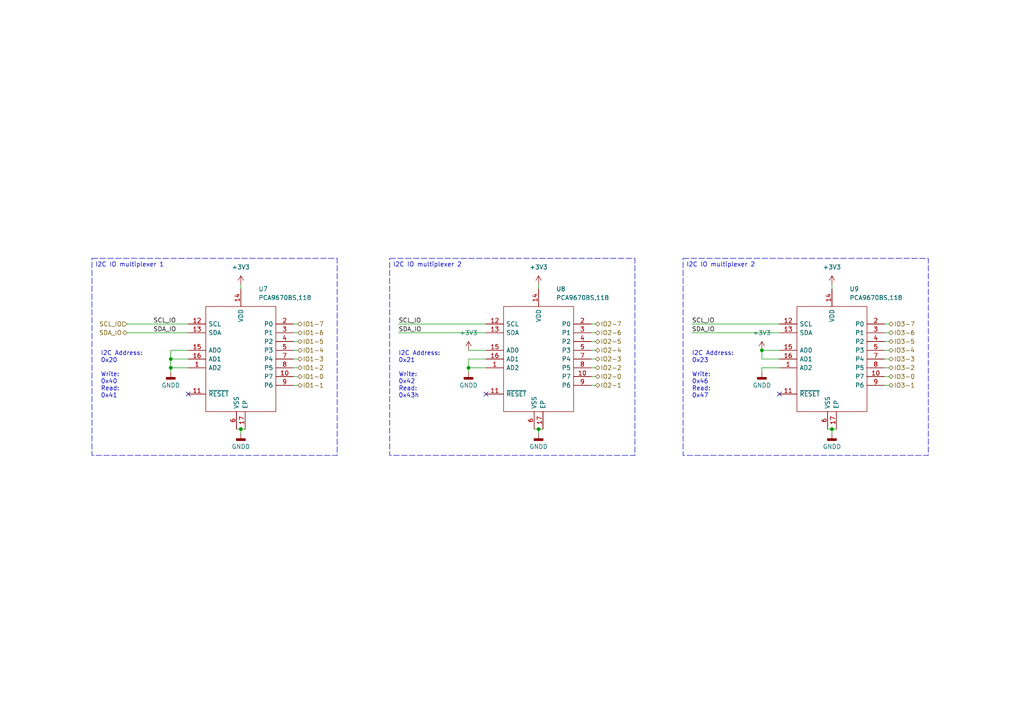
<source format=kicad_sch>
(kicad_sch (version 20230121) (generator eeschema)
  (paper "A4")
  (title_block (title "Led driver board BabySim") (date "06-09-2023") (rev "V1.0") (company "Health Concept Lab") (comment 1 "Author(s): Emiel Visser & Joris Bol"))
  (lib_symbols
    (symbol "SamacSys_Parts:PCA9670BS,118" (pin_names (offset 0.762))
      (property "Reference" "U7" (at 20.32 15.24 0))
      (property "Value" "PCA9670BS,118" (at 20.32 12.7 0))
      (symbol "PCA9670BS,118_0_0"
        (pin passive line (at 0 -7.62 0) (length 5.08) (name "AD2") (number "1"))
        (pin passive line (at 30.48 -10.16 180) (length 5.08) (name "P7") (number "10"))
        (pin passive line (at 0 -15.24 0) (length 5.08) (name "~{RESET}") (number "11"))
        (pin passive line (at 0 5.08 0) (length 5.08) (name "SCL") (number "12"))
        (pin passive line (at 0 2.54 0) (length 5.08) (name "SDA") (number "13"))
        (pin passive line (at 15.24 15.24 270) (length 5.08) (name "VDD") (number "14"))
        (pin passive line (at 0 -2.54 0) (length 5.08) (name "AD0") (number "15"))
        (pin passive line (at 0 -5.08 0) (length 5.08) (name "AD1") (number "16"))
        (pin passive line (at 16.51 -25.4 90) (length 5.08) (name "EP") (number "17"))
        (pin passive line (at 30.48 5.08 180) (length 5.08) (name "P0") (number "2"))
        (pin passive line (at 30.48 2.54 180) (length 5.08) (name "P1") (number "3"))
        (pin passive line (at 30.48 0 180) (length 5.08) (name "P2") (number "4"))
        (pin passive line (at 30.48 -2.54 180) (length 5.08) (name "P3") (number "5"))
        (pin passive line (at 13.97 -25.4 90) (length 5.08) (name "VSS") (number "6"))
        (pin passive line (at 30.48 -5.08 180) (length 5.08) (name "P4") (number "7"))
        (pin passive line (at 30.48 -7.62 180) (length 5.08) (name "P5") (number "8"))
        (pin passive line (at 30.48 -12.7 180) (length 5.08) (name "P6") (number "9"))
      )
      (symbol "PCA9670BS,118_0_1"
        (polyline (pts (xy 5.08 10.16) (xy 25.4 10.16) (xy 25.4 -20.32) (xy 5.08 -20.32) (xy 5.08 10.16)) (stroke (width 0.1524)))
      )
    )
    (symbol "power:+3V3" (power) (pin_names (offset 0))
      (property "Value" "+3V3" (at 0 3.556 0))
      (symbol "+3V3_0_1"
        (polyline (pts (xy -0.762 1.27) (xy 0 2.54)))
        (polyline (pts (xy 0 0) (xy 0 2.54)))
        (polyline (pts (xy 0 2.54) (xy 0.762 1.27)))
      )
      (symbol "+3V3_1_1"
        (pin power_in line (at 0 0 90) (length 0) hide (name "+3V3") (number "1"))
      )
    )
    (symbol "power:GNDD" (power) (pin_names (offset 0))
      (property "Value" "GNDD" (at 0 -3.175 0))
      (symbol "GNDD_0_1"
        (rectangle (start -1.27 -1.524) (end 1.27 -2.032) (stroke (width 0.254)) (fill (type outline)))
        (polyline (pts (xy 0 0) (xy 0 -1.524)))
      )
      (symbol "GNDD_1_1"
        (pin power_in line (at 0 0 270) (length 0) hide (name "GNDD") (number "1"))
      )
    )
  )
  (junction (at 49.53 106.68))
  (junction (at 135.89 106.68))
  (junction (at 241.3 124.46))
  (junction (at 220.98 101.6))
  (junction (at 69.85 124.46))
  (junction (at 49.53 104.14))
  (junction (at 156.21 124.46))
  (no_connect (at 226.06 114.3))
  (no_connect (at 54.61 114.3))
  (no_connect (at 140.97 114.3))
  (wire (pts (xy 220.98 106.68) (xy 226.06 106.68)))
  (wire (pts (xy 135.89 107.95) (xy 135.89 106.68)))
  (wire (pts (xy 220.98 104.14) (xy 220.98 101.6)))
  (wire (pts (xy 85.09 93.98) (xy 86.36 93.98)))
  (wire (pts (xy 36.83 93.98) (xy 54.61 93.98)))
  (wire (pts (xy 156.21 124.46) (xy 157.48 124.46)))
  (wire (pts (xy 256.54 109.22) (xy 257.81 109.22)))
  (wire (pts (xy 241.3 124.46) (xy 242.57 124.46)))
  (wire (pts (xy 85.09 109.22) (xy 86.36 109.22)))
  (wire (pts (xy 256.54 101.6) (xy 257.81 101.6)))
  (wire (pts (xy 256.54 106.68) (xy 257.81 106.68)))
  (wire (pts (xy 69.85 124.46) (xy 71.12 124.46)))
  (wire (pts (xy 240.03 124.46) (xy 241.3 124.46)))
  (wire (pts (xy 135.89 106.68) (xy 140.97 106.68)))
  (wire (pts (xy 85.09 99.06) (xy 86.36 99.06)))
  (wire (pts (xy 256.54 111.76) (xy 257.81 111.76)))
  (wire (pts (xy 85.09 101.6) (xy 86.36 101.6)))
  (wire (pts (xy 171.45 93.98) (xy 172.72 93.98)))
  (wire (pts (xy 156.21 124.46) (xy 156.21 125.73)))
  (wire (pts (xy 85.09 106.68) (xy 86.36 106.68)))
  (wire (pts (xy 69.85 82.55) (xy 69.85 83.82)))
  (wire (pts (xy 85.09 104.14) (xy 86.36 104.14)))
  (wire (pts (xy 69.85 124.46) (xy 69.85 125.73)))
  (wire (pts (xy 171.45 96.52) (xy 172.72 96.52)))
  (wire (pts (xy 171.45 101.6) (xy 172.72 101.6)))
  (wire (pts (xy 49.53 104.14) (xy 49.53 101.6)))
  (wire (pts (xy 256.54 104.14) (xy 257.81 104.14)))
  (wire (pts (xy 49.53 106.68) (xy 54.61 106.68)))
  (wire (pts (xy 85.09 96.52) (xy 86.36 96.52)))
  (wire (pts (xy 36.83 96.52) (xy 54.61 96.52)))
  (wire (pts (xy 135.89 101.6) (xy 140.97 101.6)))
  (wire (pts (xy 171.45 106.68) (xy 172.72 106.68)))
  (wire (pts (xy 200.66 96.52) (xy 226.06 96.52)))
  (wire (pts (xy 171.45 104.14) (xy 172.72 104.14)))
  (wire (pts (xy 171.45 99.06) (xy 172.72 99.06)))
  (wire (pts (xy 256.54 99.06) (xy 257.81 99.06)))
  (wire (pts (xy 49.53 101.6) (xy 54.61 101.6)))
  (wire (pts (xy 241.3 82.55) (xy 241.3 83.82)))
  (wire (pts (xy 49.53 106.68) (xy 49.53 104.14)))
  (wire (pts (xy 220.98 101.6) (xy 226.06 101.6)))
  (wire (pts (xy 135.89 104.14) (xy 140.97 104.14)))
  (wire (pts (xy 49.53 107.95) (xy 49.53 106.68)))
  (wire (pts (xy 256.54 96.52) (xy 257.81 96.52)))
  (wire (pts (xy 171.45 111.76) (xy 172.72 111.76)))
  (wire (pts (xy 115.57 93.98) (xy 140.97 93.98)))
  (wire (pts (xy 154.94 124.46) (xy 156.21 124.46)))
  (wire (pts (xy 200.66 93.98) (xy 226.06 93.98)))
  (wire (pts (xy 220.98 107.95) (xy 220.98 106.68)))
  (wire (pts (xy 135.89 106.68) (xy 135.89 104.14)))
  (wire (pts (xy 171.45 109.22) (xy 172.72 109.22)))
  (wire (pts (xy 115.57 96.52) (xy 140.97 96.52)))
  (wire (pts (xy 241.3 124.46) (xy 241.3 125.73)))
  (wire (pts (xy 256.54 93.98) (xy 257.81 93.98)))
  (wire (pts (xy 49.53 104.14) (xy 54.61 104.14)))
  (wire (pts (xy 68.58 124.46) (xy 69.85 124.46)))
  (wire (pts (xy 220.98 104.14) (xy 226.06 104.14)))
  (wire (pts (xy 85.09 111.76) (xy 86.36 111.76)))
  (wire (pts (xy 156.21 82.55) (xy 156.21 83.82)))
  (text_box "I2C IO multiplexer 1" (at 26.67 74.93 0) (size 71.12 57.15) (stroke (width 0) (type dash)) (effects (font (size 1.27 1.27)) (justify left top)))
  (text_box "I2C IO multiplexer 2" (at 198.12 74.93 0) (size 71.12 57.15) (stroke (width 0) (type dash)) (effects (font (size 1.27 1.27)) (justify left top)))
  (text_box "I2C IO multiplexer 2" (at 113.03 74.93 0) (size 71.12 57.15) (stroke (width 0) (type dash)) (effects (font (size 1.27 1.27)) (justify left top)))
  (text "I2C Address: \n0x20\n\nWrite:\n0x40\nRead:\n0x41" (at 29.21 115.57 0) (effects (font (size 1.27 1.27)) (justify left bottom)))
  (text "I2C Address: \n0x23\n\nWrite:\n0x46\nRead:\n0x47" (at 200.66 115.57 0) (effects (font (size 1.27 1.27)) (justify left bottom)))
  (text "I2C Address: \n0x21\n\nWrite:\n0x42\nRead:\n0x43h" (at 115.57 115.57 0) (effects (font (size 1.27 1.27)) (justify left bottom)))
  (label "SCL_IO" (at 200.66 93.98 0))
  (label "SDA_IO" (at 200.66 96.52 0))
  (label "SDA_IO" (at 115.57 96.52 0))
  (label "SCL_IO" (at 44.45 93.98 0))
  (label "SDA_IO" (at 44.45 96.52 0))
  (label "SCL_IO" (at 115.57 93.98 0))
  (hierarchical_label "IO2-6" (shape bidirectional) (at 172.72 96.52 0))
  (hierarchical_label "IO2-4" (shape bidirectional) (at 172.72 101.6 0))
  (hierarchical_label "IO3-4" (shape bidirectional) (at 257.81 101.6 0))
  (hierarchical_label "IO1-2" (shape bidirectional) (at 86.36 106.68 0))
  (hierarchical_label "SCL_IO" (shape input) (at 36.83 93.98 180))
  (hierarchical_label "IO1-3" (shape bidirectional) (at 86.36 104.14 0))
  (hierarchical_label "IO3-6" (shape bidirectional) (at 257.81 96.52 0))
  (hierarchical_label "IO1-6" (shape bidirectional) (at 86.36 96.52 0))
  (hierarchical_label "IO1-5" (shape bidirectional) (at 86.36 99.06 0))
  (hierarchical_label "IO3-0" (shape bidirectional) (at 257.81 109.22 0))
  (hierarchical_label "IO3-2" (shape bidirectional) (at 257.81 106.68 0))
  (hierarchical_label "IO2-3" (shape bidirectional) (at 172.72 104.14 0))
  (hierarchical_label "IO3-5" (shape bidirectional) (at 257.81 99.06 0))
  (hierarchical_label "IO3-1" (shape bidirectional) (at 257.81 111.76 0))
  (hierarchical_label "IO3-7" (shape bidirectional) (at 257.81 93.98 0))
  (hierarchical_label "IO1-7" (shape bidirectional) (at 86.36 93.98 0))
  (hierarchical_label "IO2-7" (shape bidirectional) (at 172.72 93.98 0))
  (hierarchical_label "IO2-1" (shape bidirectional) (at 172.72 111.76 0))
  (hierarchical_label "IO1-0" (shape bidirectional) (at 86.36 109.22 0))
  (hierarchical_label "IO1-4" (shape bidirectional) (at 86.36 101.6 0))
  (hierarchical_label "IO2-2" (shape bidirectional) (at 172.72 106.68 0))
  (hierarchical_label "IO2-0" (shape bidirectional) (at 172.72 109.22 0))
  (hierarchical_label "IO2-5" (shape bidirectional) (at 172.72 99.06 0))
  (hierarchical_label "IO3-3" (shape bidirectional) (at 257.81 104.14 0))
  (hierarchical_label "SDA_IO" (shape bidirectional) (at 36.83 96.52 180))
  (hierarchical_label "IO1-1" (shape bidirectional) (at 86.36 111.76 0))
  (symbol (lib_id "power:GNDD") (at 135.89 107.95 0) (unit 1)
    (property "Reference" "#PWR082" (effects hide))
    (property "Value" "GNDD" (at 135.89 111.76 0))
  )
  (symbol (lib_id "power:GNDD") (at 49.53 107.95 0) (unit 1)
    (property "Reference" "#PWR078" (effects hide))
    (property "Value" "GNDD" (at 49.53 111.76 0))
  )
  (symbol (lib_id "power:+3V3") (at 241.3 82.55 0) (unit 1)
    (property "Reference" "#PWR087" (effects hide))
    (property "Value" "+3V3" (at 241.3 77.47 0))
  )
  (symbol (lib_id "power:GNDD") (at 69.85 125.73 0) (unit 1)
    (property "Reference" "#PWR080" (effects hide))
    (property "Value" "GNDD" (at 69.85 129.54 0))
  )
  (symbol (lib_id "power:+3V3") (at 220.98 101.6 0) (unit 1)
    (property "Reference" "#PWR085" (effects hide))
    (property "Value" "+3V3" (at 220.98 96.52 0))
  )
  (symbol (lib_id "power:GNDD") (at 156.21 125.73 0) (unit 1)
    (property "Reference" "#PWR084" (effects hide))
    (property "Value" "GNDD" (at 156.21 129.54 0))
  )
  (symbol (lib_id "power:GNDD") (at 241.3 125.73 0) (unit 1)
    (property "Reference" "#PWR088" (effects hide))
    (property "Value" "GNDD" (at 241.3 129.54 0))
  )
  (symbol (lib_id "SamacSys_Parts:PCA9670BS,118") (at 140.97 99.06 0) (unit 1)
    (property "Reference" "U8" (at 161.29 83.82 0) (effects (justify left)))
    (property "Value" "PCA9670BS,118" (at 161.29 86.36 0) (effects (justify left)))
    (property "Footprint" "QFN50P300X300X100-17N-D" (effects hide))
    (property "Datasheet" "http://www.nxp.com/docs/en/data-sheet/PCA9670.pdf" (effects hide))
    (property "Description" "Interface - I/O Expanders REMOTE 8-BIT GPIO" (effects hide))
    (property "Height" "1" (effects hide))
    (property "Manufacturer_Name" "NXP" (effects hide))
    (property "Manufacturer_Part_Number" "PCA9670BS,118" (effects hide))
    (property "Mouser Part Number" "771-PCA9670BS118" (effects hide))
    (property "Mouser Price/Stock" "https://www.mouser.co.uk/ProductDetail/NXP-Semiconductors/PCA9670BS118?qs=LOCUfHb8d9vyec%2F1PtVhAw%3D%3D" (effects hide))
    (property "Arrow Part Number" "PCA9670BS,118" (effects hide))
    (property "Arrow Price/Stock" "https://www.arrow.com/en/products/pca9670bs118/nxp-semiconductors" (effects hide))
  )
  (symbol (lib_id "SamacSys_Parts:PCA9670BS,118") (at 226.06 99.06 0) (unit 1)
    (property "Reference" "U9" (at 246.38 83.82 0) (effects (justify left)))
    (property "Value" "PCA9670BS,118" (at 246.38 86.36 0) (effects (justify left)))
    (property "Footprint" "QFN50P300X300X100-17N-D" (effects hide))
    (property "Datasheet" "http://www.nxp.com/docs/en/data-sheet/PCA9670.pdf" (effects hide))
    (property "Description" "Interface - I/O Expanders REMOTE 8-BIT GPIO" (effects hide))
    (property "Height" "1" (effects hide))
    (property "Manufacturer_Name" "NXP" (effects hide))
    (property "Manufacturer_Part_Number" "PCA9670BS,118" (effects hide))
    (property "Mouser Part Number" "771-PCA9670BS118" (effects hide))
    (property "Mouser Price/Stock" "https://www.mouser.co.uk/ProductDetail/NXP-Semiconductors/PCA9670BS118?qs=LOCUfHb8d9vyec%2F1PtVhAw%3D%3D" (effects hide))
    (property "Arrow Part Number" "PCA9670BS,118" (effects hide))
    (property "Arrow Price/Stock" "https://www.arrow.com/en/products/pca9670bs118/nxp-semiconductors" (effects hide))
  )
  (symbol (lib_id "power:+3V3") (at 69.85 82.55 0) (unit 1)
    (property "Reference" "#PWR079" (effects hide))
    (property "Value" "+3V3" (at 69.85 77.47 0))
  )
  (symbol (lib_id "SamacSys_Parts:PCA9670BS,118") (at 54.61 99.06 0) (unit 1)
    (property "Reference" "U7" (at 74.93 83.82 0) (effects (justify left)))
    (property "Value" "PCA9670BS,118" (at 74.93 86.36 0) (effects (justify left)))
    (property "Footprint" "QFN50P300X300X100-17N-D" (effects hide))
    (property "Datasheet" "http://www.nxp.com/docs/en/data-sheet/PCA9670.pdf" (effects hide))
    (property "Description" "Interface - I/O Expanders REMOTE 8-BIT GPIO" (effects hide))
    (property "Height" "1" (effects hide))
    (property "Manufacturer_Name" "NXP" (effects hide))
    (property "Manufacturer_Part_Number" "PCA9670BS,118" (effects hide))
    (property "Mouser Part Number" "771-PCA9670BS118" (effects hide))
    (property "Mouser Price/Stock" "https://www.mouser.co.uk/ProductDetail/NXP-Semiconductors/PCA9670BS118?qs=LOCUfHb8d9vyec%2F1PtVhAw%3D%3D" (effects hide))
    (property "Arrow Part Number" "PCA9670BS,118" (effects hide))
    (property "Arrow Price/Stock" "https://www.arrow.com/en/products/pca9670bs118/nxp-semiconductors" (effects hide))
  )
  (symbol (lib_id "power:+3V3") (at 156.21 82.55 0) (unit 1)
    (property "Reference" "#PWR083" (effects hide))
    (property "Value" "+3V3" (at 156.21 77.47 0))
  )
  (symbol (lib_id "power:GNDD") (at 220.98 107.95 0) (unit 1)
    (property "Reference" "#PWR086" (effects hide))
    (property "Value" "GNDD" (at 220.98 111.76 0))
  )
  (symbol (lib_id "power:+3V3") (at 135.89 101.6 0) (unit 1)
    (property "Reference" "#PWR081" (effects hide))
    (property "Value" "+3V3" (at 135.89 96.52 0))
  )
)
</source>
